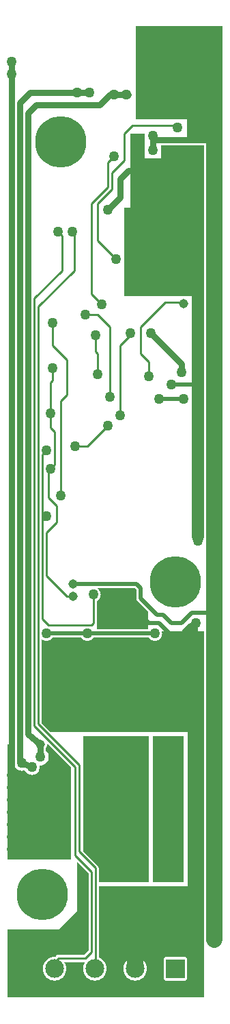
<source format=gbr>
G04 start of page 2 for group 0 idx 0 *
G04 Title: LED driver v. 0.1, back *
G04 Creator: pcb 1.99x *
G04 CreationDate: Sat Jul 16 06:31:28 2011 UTC *
G04 For: davidellsworth *
G04 Format: Gerber/RS-274X *
G04 PCB-Dimensions: 113000 481000 *
G04 PCB-Coordinate-Origin: lower left *
%MOIN*%
%FSLAX24Y24*%
%LNBACK*%
%ADD11C,0.0200*%
%ADD12C,0.0300*%
%ADD13C,0.0800*%
%ADD14C,0.0600*%
%ADD15C,0.0400*%
%ADD16C,0.0100*%
%ADD17C,0.0912*%
%ADD18C,0.0500*%
%ADD19C,0.2500*%
%ADD20C,0.0450*%
%ADD21C,0.0612*%
%ADD22C,0.0250*%
%ADD23C,0.1250*%
G54D11*X2200Y18200D02*X7500D01*
X7700Y29600D02*X8900D01*
G54D12*X7300Y32800D02*X8800Y31300D01*
Y30900D01*
G54D11*G36*
X4750Y5900D02*X9900D01*
Y2700D01*
X4750D01*
Y5900D01*
G37*
G36*
X300Y500D02*Y3800D01*
X4249D01*
Y2818D01*
X4021Y2590D01*
X2800D01*
X2767Y2587D01*
X2735Y2578D01*
X2705Y2564D01*
X2677Y2545D01*
X2654Y2522D01*
X2635Y2495D01*
X2625Y2473D01*
X2594Y2475D01*
X2494Y2467D01*
X2397Y2441D01*
X2306Y2398D01*
X2224Y2341D01*
X2153Y2270D01*
X2095Y2188D01*
X2053Y2097D01*
X2027Y2000D01*
X2018Y1900D01*
X2027Y1800D01*
X2053Y1703D01*
X2095Y1612D01*
X2153Y1529D01*
X2224Y1458D01*
X2306Y1401D01*
X2397Y1358D01*
X2494Y1332D01*
X2594Y1324D01*
X2694Y1332D01*
X2791Y1358D01*
X2882Y1401D01*
X2964Y1458D01*
X3035Y1529D01*
X3093Y1612D01*
X3135Y1703D01*
X3161Y1800D01*
X3170Y1900D01*
X3161Y2000D01*
X3135Y2097D01*
X3093Y2188D01*
X3077Y2210D01*
X4079D01*
X4064Y2188D01*
X4021Y2097D01*
X3995Y2000D01*
X3987Y1900D01*
X3995Y1800D01*
X4021Y1703D01*
X4064Y1612D01*
X4121Y1529D01*
X4192Y1458D01*
X4275Y1401D01*
X4366Y1358D01*
X4463Y1332D01*
X4563Y1324D01*
X4663Y1332D01*
X4760Y1358D01*
X4851Y1401D01*
X4933Y1458D01*
X5004Y1529D01*
X5061Y1612D01*
X5104Y1703D01*
X5130Y1800D01*
X5138Y1900D01*
X5130Y2000D01*
X5104Y2097D01*
X5061Y2188D01*
X5004Y2270D01*
X4933Y2341D01*
X4851Y2398D01*
X4760Y2441D01*
X4750Y2443D01*
Y3800D01*
X6531D01*
Y2475D01*
X6431Y2467D01*
X6334Y2441D01*
X6243Y2398D01*
X6161Y2341D01*
X6090Y2270D01*
X6032Y2188D01*
X5990Y2097D01*
X5964Y2000D01*
X5955Y1900D01*
X5964Y1800D01*
X5990Y1703D01*
X6032Y1612D01*
X6090Y1529D01*
X6161Y1458D01*
X6243Y1401D01*
X6334Y1358D01*
X6431Y1332D01*
X6531Y1324D01*
Y500D01*
X300D01*
G37*
G36*
X6531Y3800D02*X8500D01*
Y2475D01*
X8044D01*
X8023Y2474D01*
X8003Y2468D01*
X7984Y2459D01*
X7967Y2447D01*
X7952Y2433D01*
X7940Y2415D01*
X7931Y2396D01*
X7925Y2376D01*
X7924Y2355D01*
Y1444D01*
X7925Y1423D01*
X7931Y1403D01*
X7940Y1384D01*
X7952Y1367D01*
X7967Y1352D01*
X7984Y1340D01*
X8003Y1331D01*
X8023Y1325D01*
X8044Y1324D01*
X8500D01*
Y500D01*
X6531D01*
Y1324D01*
X6631Y1332D01*
X6728Y1358D01*
X6819Y1401D01*
X6901Y1458D01*
X6972Y1529D01*
X7030Y1612D01*
X7072Y1703D01*
X7098Y1800D01*
X7107Y1900D01*
X7098Y2000D01*
X7072Y2097D01*
X7030Y2188D01*
X6972Y2270D01*
X6901Y2341D01*
X6819Y2398D01*
X6728Y2441D01*
X6631Y2467D01*
X6531Y2475D01*
Y3800D01*
G37*
G36*
X8500D02*X9900D01*
Y500D01*
X8500D01*
Y1324D01*
X8955D01*
X8976Y1325D01*
X8996Y1331D01*
X9015Y1340D01*
X9033Y1352D01*
X9047Y1367D01*
X9059Y1384D01*
X9068Y1403D01*
X9074Y1423D01*
X9075Y1444D01*
Y2355D01*
X9074Y2376D01*
X9068Y2396D01*
X9059Y2415D01*
X9047Y2433D01*
X9033Y2447D01*
X9015Y2459D01*
X8996Y2468D01*
X8976Y2474D01*
X8955Y2475D01*
X8500D01*
Y3800D01*
G37*
G36*
X4800Y1200D02*Y1377D01*
X4851Y1401D01*
X4933Y1458D01*
X5004Y1529D01*
X5061Y1612D01*
X5104Y1703D01*
X5130Y1800D01*
X5138Y1900D01*
X5130Y2000D01*
X5104Y2097D01*
X5061Y2188D01*
X5004Y2270D01*
X4933Y2341D01*
X4851Y2398D01*
X4800Y2422D01*
Y2700D01*
X6531D01*
Y2475D01*
X6431Y2467D01*
X6334Y2441D01*
X6243Y2398D01*
X6161Y2341D01*
X6090Y2270D01*
X6032Y2188D01*
X5990Y2097D01*
X5964Y2000D01*
X5955Y1900D01*
X5964Y1800D01*
X5990Y1703D01*
X6032Y1612D01*
X6090Y1529D01*
X6161Y1458D01*
X6243Y1401D01*
X6334Y1358D01*
X6431Y1332D01*
X6531Y1324D01*
Y1200D01*
X4800D01*
G37*
G36*
X6531Y2700D02*X7600D01*
Y1200D01*
X6531D01*
Y1324D01*
X6631Y1332D01*
X6728Y1358D01*
X6819Y1401D01*
X6901Y1458D01*
X6972Y1529D01*
X7030Y1612D01*
X7072Y1703D01*
X7098Y1800D01*
X7107Y1900D01*
X7098Y2000D01*
X7072Y2097D01*
X7030Y2188D01*
X6972Y2270D01*
X6901Y2341D01*
X6819Y2398D01*
X6728Y2441D01*
X6631Y2467D01*
X6531Y2475D01*
Y2700D01*
G37*
G36*
X3700Y3400D02*Y7087D01*
X4249Y6538D01*
Y3400D01*
X3700D01*
G37*
G36*
X3900Y3600D02*X2600D01*
X3900Y4900D01*
Y3600D01*
G37*
G36*
X4679Y20400D02*X6517D01*
X6600Y20317D01*
Y19900D01*
X6600Y19892D01*
Y19882D01*
X6602Y19873D01*
X6603Y19865D01*
X6605Y19856D01*
X6606Y19848D01*
X6609Y19839D01*
X6612Y19831D01*
X6615Y19824D01*
X6618Y19815D01*
X6623Y19807D01*
X6626Y19800D01*
X6631Y19793D01*
X6636Y19785D01*
X6642Y19778D01*
X6646Y19771D01*
X6652Y19765D01*
X6658Y19758D01*
X7150Y19267D01*
Y18400D01*
X4650D01*
Y19785D01*
X4675Y19796D01*
X4725Y19831D01*
X4768Y19875D01*
X4803Y19924D01*
X4829Y19980D01*
X4844Y20039D01*
X4850Y20100D01*
X4844Y20160D01*
X4829Y20219D01*
X4803Y20275D01*
X4768Y20325D01*
X4725Y20368D01*
X4679Y20400D01*
G37*
G36*
X1950Y13862D02*Y14200D01*
X2500D01*
Y13400D01*
X2412D01*
X1950Y13862D01*
G37*
G36*
Y17956D02*X1975Y17931D01*
X2024Y17896D01*
X2080Y17871D01*
X2139Y17855D01*
X2200Y17849D01*
X2260Y17855D01*
X2319Y17871D01*
X2375Y17896D01*
X2425Y17931D01*
X2468Y17975D01*
X2485Y18000D01*
X3914D01*
X3931Y17975D01*
X3975Y17931D01*
X4024Y17896D01*
X4080Y17871D01*
X4139Y17855D01*
X4200Y17849D01*
X4260Y17855D01*
X4319Y17871D01*
X4375Y17896D01*
X4425Y17931D01*
X4468Y17975D01*
X4485Y18000D01*
X7214D01*
X7231Y17975D01*
X7275Y17931D01*
X7324Y17896D01*
X7380Y17871D01*
X7439Y17855D01*
X7500Y17849D01*
X7560Y17855D01*
X7619Y17871D01*
X7675Y17896D01*
X7725Y17931D01*
X7768Y17975D01*
X7803Y18024D01*
X7829Y18080D01*
X7844Y18139D01*
X7850Y18200D01*
X7844Y18260D01*
X7834Y18300D01*
X9900D01*
Y14000D01*
X1950D01*
Y17956D01*
G37*
G36*
X2400Y13412D02*Y13700D01*
X2900D01*
Y13400D01*
X2412D01*
X2400Y13412D01*
G37*
G36*
X7900Y38800D02*Y41800D01*
X9900D01*
Y38800D01*
X7900D01*
G37*
G36*
X6300Y42500D02*X7000D01*
Y41150D01*
X6300D01*
Y42500D01*
G37*
G36*
X7800Y41950D02*X9900D01*
Y41200D01*
X7800D01*
Y41950D01*
G37*
G36*
X6950Y41300D02*X8000D01*
Y41150D01*
X6950D01*
Y41300D01*
G37*
G36*
X6300Y38800D02*Y41300D01*
X8000D01*
Y38800D01*
X6300D01*
G37*
G36*
X6000Y34600D02*Y38900D01*
X9400D01*
Y34600D01*
X6000D01*
G37*
G54D13*X9500Y3800D02*Y14300D01*
Y3800D02*X8800Y3100D01*
X9500Y13800D02*X2900D01*
X8800Y3100D02*X6900D01*
X6531Y2731D01*
Y1900D01*
G54D14*X9600Y40600D02*Y22900D01*
G54D12*X5800Y39400D02*Y40300D01*
X6200Y40700D01*
X9700Y40600D01*
G54D11*X9400Y30300D02*X8300D01*
G54D12*X5200Y38800D02*X5800Y39400D01*
G54D14*X5600Y15700D02*Y14100D01*
G54D11*X7200Y18700D02*X6700Y19200D01*
G54D14*X9100Y14100D02*Y18200D01*
X9300Y18400D01*
G54D11*X8800Y18200D02*X8200D01*
X7700Y18700D01*
X7200D01*
G54D14*X2300Y14200D02*X2700Y13800D01*
X2300Y15500D02*Y14200D01*
G54D11*G36*
X6550Y47750D02*X10800D01*
Y43200D01*
X6550D01*
Y47750D01*
G37*
G36*
X9050Y43300D02*X10200D01*
Y42556D01*
X10150Y42533D01*
X10078Y42483D01*
X10017Y42421D01*
X9967Y42350D01*
X9943Y42300D01*
X9050D01*
Y43300D01*
G37*
G36*
X9800Y42200D02*Y43400D01*
X10800D01*
Y42397D01*
X10783Y42421D01*
X10721Y42483D01*
X10650Y42533D01*
X10571Y42569D01*
X10486Y42592D01*
X10400Y42600D01*
X10313Y42592D01*
X10229Y42569D01*
X10150Y42533D01*
X10078Y42483D01*
X10017Y42421D01*
X9967Y42350D01*
X9930Y42271D01*
X9911Y42200D01*
X9800D01*
G37*
G36*
X7400Y6100D02*Y13200D01*
X8900D01*
Y6100D01*
X7400D01*
G37*
G36*
X4000Y7612D02*Y13200D01*
X7200D01*
Y6100D01*
X4750D01*
Y6800D01*
X4750D01*
X4749Y6807D01*
Y6813D01*
X4748Y6818D01*
X4747Y6826D01*
X4745Y6833D01*
X4744Y6838D01*
X4743Y6843D01*
X4741Y6851D01*
X4737Y6858D01*
X4735Y6863D01*
X4733Y6867D01*
X4730Y6875D01*
X4725Y6882D01*
X4722Y6886D01*
X4719Y6889D01*
X4715Y6896D01*
X4709Y6902D01*
X4706Y6906D01*
X4000Y7612D01*
G37*
G36*
X300Y12800D02*X630D01*
Y12000D01*
X634Y11953D01*
X634Y11951D01*
X630Y11900D01*
X635Y11835D01*
X652Y11773D01*
X679Y11715D01*
X716Y11662D01*
X762Y11616D01*
X815Y11579D01*
X873Y11552D01*
X935Y11535D01*
X1000Y11530D01*
X1064Y11535D01*
X1103Y11546D01*
X1179Y11516D01*
X1179Y11515D01*
X1216Y11462D01*
X1262Y11416D01*
X1315Y11379D01*
X1373Y11352D01*
X1435Y11335D01*
X1500Y11330D01*
X1564Y11335D01*
X1626Y11352D01*
X1685Y11379D01*
X1737Y11416D01*
X1783Y11462D01*
X1820Y11515D01*
X1847Y11573D01*
X1864Y11635D01*
X1870Y11700D01*
X1864Y11764D01*
X1856Y11793D01*
X1900Y11790D01*
X1971Y11796D01*
X2040Y11814D01*
X2105Y11844D01*
X2163Y11885D01*
X2214Y11936D01*
X2255Y11995D01*
X2285Y12059D01*
X2303Y12128D01*
X2310Y12200D01*
X2303Y12271D01*
X2285Y12340D01*
X2255Y12405D01*
X2214Y12463D01*
X2163Y12514D01*
X2150Y12523D01*
Y12592D01*
X2181Y12637D01*
X2205Y12688D01*
X2220Y12743D01*
X2225Y12800D01*
X2287D01*
X3400Y11687D01*
Y7200D01*
X300D01*
Y12800D01*
G37*
G54D12*X4800Y43900D02*X5300Y44400D01*
X6200D01*
G54D15*X10100Y42900D02*Y42300D01*
G54D12*X7400Y42200D02*X10100D01*
G54D16*X8400Y42900D02*X8600Y42800D01*
G54D12*X7400Y42200D02*Y41700D01*
G54D16*X6000Y41200D02*Y42500D01*
X6400Y42900D01*
G54D12*X1700Y43900D02*X4800D01*
G54D16*X3200Y29800D02*Y31500D01*
X2500Y32200D02*X3200Y31500D01*
X2400Y30400D02*X2500Y30500D01*
Y31100D01*
X4700Y33700D02*X4100D01*
X1800Y34100D02*X3550Y35850D01*
X4900Y34200D02*X4400Y34700D01*
X1600Y34500D02*X2950Y35850D01*
X3550Y37650D02*X3450Y37750D01*
X2950Y35850D02*Y37550D01*
X2800Y37700D01*
X3550Y35850D02*Y37650D01*
X4600Y32700D02*Y31900D01*
X4700Y31800D01*
Y30800D01*
X4400Y34700D02*Y39100D01*
X5600Y36400D02*X4700Y37300D01*
Y39100D01*
X5200Y39900D02*X4400Y39100D01*
X4700D02*X5400Y39800D01*
Y40600D01*
X6000Y41200D01*
X5200Y41100D02*Y39900D01*
X5500Y41400D02*X5200Y41100D01*
X8000Y34300D02*X8900D01*
X5800Y32200D02*X6300Y32700D01*
G54D12*X1300Y13300D02*Y43500D01*
X900Y12000D02*Y44000D01*
X1400Y44500D01*
G54D16*X1600Y13700D02*Y34500D01*
X1800Y34100D02*Y13800D01*
X3200Y20000D02*X3500D01*
X2200Y23900D02*X2000Y24100D01*
X2200Y21000D02*Y23100D01*
X2700Y23600D01*
Y24400D01*
X2300Y24800D01*
X2900Y24900D02*Y29500D01*
X2300Y26100D02*X2600Y26400D01*
Y28000D01*
X2900Y29500D02*X3200Y29800D01*
X2300Y24800D02*Y26100D01*
X2200Y27100D02*X2000Y26900D01*
X3700Y27300D02*X3600Y27200D01*
X5200Y28300D02*X4200Y27300D01*
X3700D01*
G54D12*X500Y10800D02*Y46000D01*
G54D16*X4400Y2700D02*Y6600D01*
X3600Y11700D02*Y7400D01*
X1800Y13800D02*X3800Y11800D01*
X1600Y13700D02*X3600Y11700D01*
Y7400D02*X4400Y6600D01*
X3800Y7600D02*Y11800D01*
X4600Y6800D02*X3800Y7600D01*
X4600Y1900D02*Y6800D01*
G54D12*X1000Y11900D02*X900Y12000D01*
X1000Y11900D02*X1500Y11700D01*
G54D16*X4400Y2700D02*X4100Y2400D01*
X2800D01*
X2600Y2200D01*
Y1900D01*
G54D12*X1300Y13300D02*X1900Y12800D01*
G54D11*X3500Y20600D02*X6600D01*
G54D12*X1900Y12300D02*Y12200D01*
Y12800D02*Y12300D01*
G54D11*X8800Y18700D02*X9300Y19200D01*
X10300D01*
X8300Y18700D02*X8800D01*
G54D16*X2200Y23900D02*X2000Y23700D01*
Y26900D02*Y18900D01*
X2300Y18600D01*
X4400D01*
X4500Y18700D01*
G54D11*X6600Y20600D02*X6800Y20400D01*
Y19900D01*
X7600Y19100D01*
G54D16*X6400Y42900D02*X8400D01*
G54D11*X7600Y19100D02*X7900D01*
X8300Y18700D01*
G54D16*X6800Y33100D02*X8000Y34300D01*
X2600Y28000D02*X2400Y28200D01*
Y30400D01*
X2500Y32200D02*Y33300D01*
G54D13*X10400Y3300D02*Y42100D01*
G54D16*X5300Y33100D02*X4700Y33700D01*
G54D15*X10600Y42800D02*Y41900D01*
X10400Y43100D02*Y42100D01*
G54D16*X4500Y18700D02*Y20100D01*
X3200Y20000D02*X2200Y21000D01*
X5800Y28800D02*Y32200D01*
X5300Y29700D02*Y33100D01*
X7200Y30700D02*Y31400D01*
X6300Y32700D02*Y32800D01*
X7200Y31400D02*X6800Y31800D01*
Y33100D01*
G54D12*X1400Y44500D02*X4300D01*
X1300Y43500D02*X1700Y43900D01*
G54D11*G36*
X8044Y2355D02*Y1444D01*
X8955D01*
Y2355D01*
X8044D01*
G37*
G54D17*X6531Y1900D03*
X4563D03*
X2594D03*
G54D18*X9400Y4900D03*
Y4300D03*
X7700Y11800D03*
X8400D03*
X10400Y3900D03*
Y3300D03*
X9600Y22700D03*
Y23300D03*
X6600Y19200D03*
X9000Y15100D03*
X7500Y18200D03*
X9000Y15700D03*
X5600D03*
Y15100D03*
X2200Y15700D03*
Y15100D03*
G54D19*X8500Y20700D03*
G54D18*X4200Y18200D03*
X2200D03*
G54D20*X3500Y20600D03*
Y20000D03*
G54D18*X4500Y20100D03*
X9500Y18700D03*
Y18100D03*
X8300Y30300D03*
X7700Y29600D03*
X8900D03*
X5800Y28800D03*
X5300Y29700D03*
X5200Y28300D03*
X2200Y23900D03*
X2400Y28900D03*
X2200Y27100D03*
X2400Y26200D03*
X2900Y24900D03*
X3600Y27300D03*
X7200Y30700D03*
X4700Y30800D03*
X2500Y31100D03*
X8800Y30900D03*
X500Y11300D03*
Y10700D03*
Y10100D03*
Y9500D03*
G54D20*X1900Y12800D03*
G54D18*X1500Y11700D03*
X1900Y12200D03*
X1000Y11900D03*
X500Y8900D03*
Y8300D03*
G54D19*X2000Y5500D03*
G54D18*X2300Y7700D03*
X1700D03*
X1100D03*
X500D03*
X4700D03*
X5300D03*
Y7100D03*
X5900D03*
X6500D03*
X7800D03*
X8400D03*
X5900Y7700D03*
X6500D03*
X7800D03*
X8400D03*
X10400Y45400D03*
Y46100D03*
X500Y45400D03*
Y46000D03*
G54D19*X2900Y42100D03*
G54D18*X4300Y44500D03*
X3700D03*
X8900Y40700D03*
X9500D03*
X8300D03*
X7700D03*
X5500Y44400D03*
X8600Y42800D03*
X6100Y44400D03*
X7400Y42400D03*
Y41700D03*
X5500Y41400D03*
G54D20*X8900Y34250D03*
G54D18*X6300Y32800D03*
X7300D03*
X2500Y33300D03*
X4600Y32700D03*
X4900Y34200D03*
X4100Y33700D03*
X2750Y37750D03*
X5200Y38800D03*
X5600Y36400D03*
X3450Y37750D03*
G54D21*G54D22*G54D23*G54D22*G54D11*G54D22*G54D11*G54D22*G54D23*G54D22*G54D23*G54D22*G54D11*G54D22*M02*

</source>
